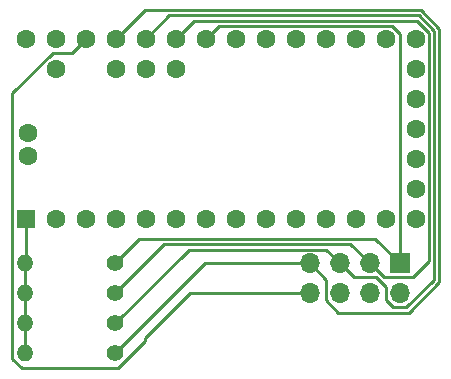
<source format=gbr>
%TF.GenerationSoftware,KiCad,Pcbnew,(5.1.10)-1*%
%TF.CreationDate,2021-05-24T22:58:33-05:00*%
%TF.ProjectId,mario2,6d617269-6f32-42e6-9b69-6361645f7063,rev?*%
%TF.SameCoordinates,Original*%
%TF.FileFunction,Copper,L1,Top*%
%TF.FilePolarity,Positive*%
%FSLAX46Y46*%
G04 Gerber Fmt 4.6, Leading zero omitted, Abs format (unit mm)*
G04 Created by KiCad (PCBNEW (5.1.10)-1) date 2021-05-24 22:58:33*
%MOMM*%
%LPD*%
G01*
G04 APERTURE LIST*
%TA.AperFunction,ComponentPad*%
%ADD10R,1.700000X1.700000*%
%TD*%
%TA.AperFunction,ComponentPad*%
%ADD11O,1.700000X1.700000*%
%TD*%
%TA.AperFunction,ComponentPad*%
%ADD12C,1.400000*%
%TD*%
%TA.AperFunction,ComponentPad*%
%ADD13O,1.400000X1.400000*%
%TD*%
%TA.AperFunction,ComponentPad*%
%ADD14C,1.600000*%
%TD*%
%TA.AperFunction,ComponentPad*%
%ADD15R,1.600000X1.600000*%
%TD*%
%TA.AperFunction,Conductor*%
%ADD16C,0.250000*%
%TD*%
G04 APERTURE END LIST*
D10*
%TO.P,J2,1*%
%TO.N,/FSR_4*%
X118110000Y-81280000D03*
D11*
%TO.P,J2,2*%
%TO.N,/3.3v*%
X118110000Y-83820000D03*
%TO.P,J2,3*%
%TO.N,/FSR_3*%
X115570000Y-81280000D03*
%TO.P,J2,4*%
%TO.N,/3.3v*%
X115570000Y-83820000D03*
%TO.P,J2,5*%
%TO.N,/FSR_2*%
X113030000Y-81280000D03*
%TO.P,J2,6*%
%TO.N,/3.3v*%
X113030000Y-83820000D03*
%TO.P,J2,7*%
%TO.N,/FSR_1*%
X110490000Y-81280000D03*
%TO.P,J2,8*%
%TO.N,/3.3v*%
X110490000Y-83820000D03*
%TD*%
D12*
%TO.P,R1,1*%
%TO.N,/FSR_4*%
X93980000Y-81280000D03*
D13*
%TO.P,R1,2*%
%TO.N,/GND*%
X86360000Y-81280000D03*
%TD*%
%TO.P,R2,2*%
%TO.N,/GND*%
X86360000Y-83820000D03*
D12*
%TO.P,R2,1*%
%TO.N,/FSR_3*%
X93980000Y-83820000D03*
%TD*%
%TO.P,R3,1*%
%TO.N,/FSR_2*%
X93980000Y-86360000D03*
D13*
%TO.P,R3,2*%
%TO.N,/GND*%
X86360000Y-86360000D03*
%TD*%
%TO.P,R4,2*%
%TO.N,/GND*%
X86360000Y-88900000D03*
D12*
%TO.P,R4,1*%
%TO.N,/FSR_1*%
X93980000Y-88900000D03*
%TD*%
D14*
%TO.P,U1,17*%
%TO.N,Net-(U1-Pad17)*%
X119455001Y-69925001D03*
%TO.P,U1,18*%
%TO.N,Net-(U1-Pad18)*%
X119455001Y-67385001D03*
%TO.P,U1,19*%
%TO.N,Net-(U1-Pad19)*%
X119455001Y-64845001D03*
%TO.P,U1,20*%
%TO.N,Net-(U1-Pad20)*%
X119455001Y-62305001D03*
%TO.P,U1,16*%
%TO.N,Net-(U1-Pad16)*%
X119455001Y-72465001D03*
%TO.P,U1,15*%
%TO.N,Net-(U1-Pad15)*%
X119455001Y-75005001D03*
%TO.P,U1,14*%
%TO.N,Net-(U1-Pad14)*%
X119455001Y-77545001D03*
%TO.P,U1,21*%
%TO.N,Net-(U1-Pad21)*%
X116915001Y-62305001D03*
%TO.P,U1,22*%
%TO.N,Net-(U1-Pad22)*%
X114375001Y-62305001D03*
%TO.P,U1,23*%
%TO.N,Net-(U1-Pad23)*%
X111835001Y-62305001D03*
%TO.P,U1,24*%
%TO.N,Net-(U1-Pad24)*%
X109295001Y-62305001D03*
%TO.P,U1,25*%
%TO.N,Net-(U1-Pad25)*%
X106755001Y-62305001D03*
%TO.P,U1,26*%
%TO.N,Net-(U1-Pad26)*%
X104215001Y-62305001D03*
%TO.P,U1,27*%
%TO.N,/FSR_4*%
X101675001Y-62305001D03*
%TO.P,U1,28*%
%TO.N,/FSR_3*%
X99135001Y-62305001D03*
%TO.P,U1,29*%
%TO.N,/FSR_2*%
X96595001Y-62305001D03*
%TO.P,U1,30*%
%TO.N,/FSR_1*%
X94055001Y-62305001D03*
%TO.P,U1,31*%
%TO.N,/3.3v*%
X91515001Y-62305001D03*
%TO.P,U1,32*%
%TO.N,Net-(U1-Pad32)*%
X88975001Y-62305001D03*
%TO.P,U1,33*%
%TO.N,Net-(U1-Pad33)*%
X86435001Y-62305001D03*
%TO.P,U1,34*%
%TO.N,Net-(U1-Pad34)*%
X88975001Y-64845001D03*
%TO.P,U1,35*%
%TO.N,Net-(U1-Pad35)*%
X94055001Y-64845001D03*
%TO.P,U1,36*%
%TO.N,Net-(U1-Pad36)*%
X96595001Y-64845001D03*
%TO.P,U1,37*%
%TO.N,Net-(U1-Pad37)*%
X99135001Y-64845001D03*
%TO.P,U1,13*%
%TO.N,Net-(U1-Pad13)*%
X116915001Y-77545001D03*
%TO.P,U1,12*%
%TO.N,Net-(U1-Pad12)*%
X114375001Y-77545001D03*
%TO.P,U1,11*%
%TO.N,Net-(U1-Pad11)*%
X111835001Y-77545001D03*
%TO.P,U1,10*%
%TO.N,Net-(U1-Pad10)*%
X109295001Y-77545001D03*
%TO.P,U1,9*%
%TO.N,Net-(U1-Pad9)*%
X106755001Y-77545001D03*
%TO.P,U1,8*%
%TO.N,Net-(U1-Pad8)*%
X104215001Y-77545001D03*
%TO.P,U1,7*%
%TO.N,Net-(U1-Pad7)*%
X101675001Y-77545001D03*
%TO.P,U1,6*%
%TO.N,Net-(U1-Pad6)*%
X99135001Y-77545001D03*
%TO.P,U1,5*%
%TO.N,Net-(U1-Pad5)*%
X96595001Y-77545001D03*
%TO.P,U1,4*%
%TO.N,Net-(U1-Pad4)*%
X94055001Y-77545001D03*
%TO.P,U1,3*%
%TO.N,Net-(U1-Pad3)*%
X91515001Y-77545001D03*
%TO.P,U1,2*%
%TO.N,Net-(U1-Pad2)*%
X88975001Y-77545001D03*
D15*
%TO.P,U1,1*%
%TO.N,/GND*%
X86435001Y-77545001D03*
D14*
%TO.P,U1,40*%
%TO.N,Net-(U1-Pad40)*%
X86612801Y-70229801D03*
%TO.P,U1,39*%
%TO.N,Net-(U1-Pad39)*%
X86612801Y-72211001D03*
%TD*%
D16*
%TO.N,/FSR_1*%
X101600000Y-81280000D02*
X110490000Y-81280000D01*
X93980000Y-88900000D02*
X101600000Y-81280000D01*
X96530032Y-59829970D02*
X94055001Y-62305001D01*
X119917792Y-59829970D02*
X96530032Y-59829970D01*
X121480020Y-61392198D02*
X119917792Y-59829970D01*
X121480021Y-82825391D02*
X121480020Y-61392198D01*
X118860402Y-85445010D02*
X121480021Y-82825391D01*
X112916008Y-85445010D02*
X118860402Y-85445010D01*
X111854999Y-84384001D02*
X112916008Y-85445010D01*
X111854999Y-82644999D02*
X111854999Y-84384001D01*
X110490000Y-81280000D02*
X111854999Y-82644999D01*
%TO.N,/3.3v*%
X110490000Y-83820000D02*
X100330000Y-83820000D01*
X100330000Y-83820000D02*
X96520000Y-87630000D01*
X96520000Y-87877002D02*
X94227002Y-90170000D01*
X96520000Y-87630000D02*
X96520000Y-87877002D01*
X90390000Y-63430002D02*
X91515001Y-62305001D01*
X85310000Y-66845000D02*
X88724998Y-63430002D01*
X85310000Y-89367002D02*
X85310000Y-66845000D01*
X86112998Y-90170000D02*
X85310000Y-89367002D01*
X88724998Y-63430002D02*
X90390000Y-63430002D01*
X94227002Y-90170000D02*
X86112998Y-90170000D01*
%TO.N,/FSR_2*%
X111854999Y-80104999D02*
X113030000Y-81280000D01*
X100235001Y-80104999D02*
X111854999Y-80104999D01*
X93980000Y-86360000D02*
X100235001Y-80104999D01*
X98620022Y-60279980D02*
X96595001Y-62305001D01*
X121030011Y-82638991D02*
X121030011Y-61578599D01*
X118674001Y-84995001D02*
X121030011Y-82638991D01*
X117545999Y-84995001D02*
X118674001Y-84995001D01*
X119731392Y-60279980D02*
X98620022Y-60279980D01*
X116934999Y-83281409D02*
X116934999Y-84384001D01*
X116934999Y-84384001D02*
X117545999Y-84995001D01*
X116108591Y-82455001D02*
X116934999Y-83281409D01*
X114205001Y-82455001D02*
X116108591Y-82455001D01*
X121030011Y-61578599D02*
X119731392Y-60279980D01*
X113030000Y-81280000D02*
X114205001Y-82455001D01*
%TO.N,/FSR_3*%
X113944989Y-79654989D02*
X115570000Y-81280000D01*
X98145011Y-79654989D02*
X113944989Y-79654989D01*
X93980000Y-83820000D02*
X98145011Y-79654989D01*
X100710012Y-60729990D02*
X99135001Y-62305001D01*
X120580002Y-61765000D02*
X119544992Y-60729990D01*
X120580002Y-81095000D02*
X120580002Y-61765000D01*
X119220001Y-82455001D02*
X120580002Y-81095000D01*
X116745001Y-82455001D02*
X119220001Y-82455001D01*
X119544992Y-60729990D02*
X100710012Y-60729990D01*
X115570000Y-81280000D02*
X116745001Y-82455001D01*
%TO.N,/FSR_4*%
X116034980Y-79204980D02*
X118110000Y-81280000D01*
X96055020Y-79204980D02*
X116034980Y-79204980D01*
X93980000Y-81280000D02*
X96055020Y-79204980D01*
X102800002Y-61180000D02*
X101675001Y-62305001D01*
X117455002Y-61180000D02*
X102800002Y-61180000D01*
X118110000Y-61834998D02*
X117455002Y-61180000D01*
X118110000Y-81280000D02*
X118110000Y-61834998D01*
%TO.N,/GND*%
X86435001Y-77545001D02*
X86435001Y-79934999D01*
X86360000Y-81280000D02*
X86360000Y-83820000D01*
X86360000Y-83820000D02*
X86360000Y-86360000D01*
X86360000Y-86360000D02*
X86360000Y-88900000D01*
X86435001Y-81204999D02*
X86360000Y-81280000D01*
X86435001Y-77545001D02*
X86435001Y-81204999D01*
%TD*%
M02*

</source>
